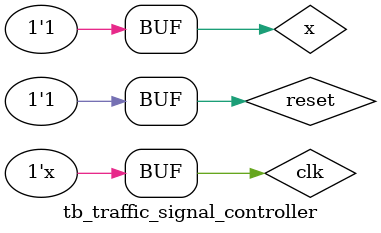
<source format=v>
`timescale 1ns / 1ps

module tb_traffic_signal_controller;

	// Inputs
	reg clk;
	reg x;
	reg reset;

	// Outputs
	wire [1:0] hwy;
	wire [1:0] cntry;

	// Instantiate the Unit Under Test (UUT)
	traffic_signal_controller uut (
		.clk(clk), 
		.x(x), 
		.reset(reset), 
		.hwy(hwy), 
		.cntry(cntry)
	);
	
	always
	#5 clk = ~clk;

	initial begin
		// Initialize Inputs
		clk = 0;
		x = 0; reset = 0;

		// Wait 100 ns for global reset to finish
		#100;
        
		// Add stimulus here
		#10; x=0;
		#10; x=0;
		#10; x=1;
		#10; x=0;
		#10; x=0;
		#10; x=1;
		#10; x=1;
		#10; reset=1;
	end
	
endmodule


</source>
